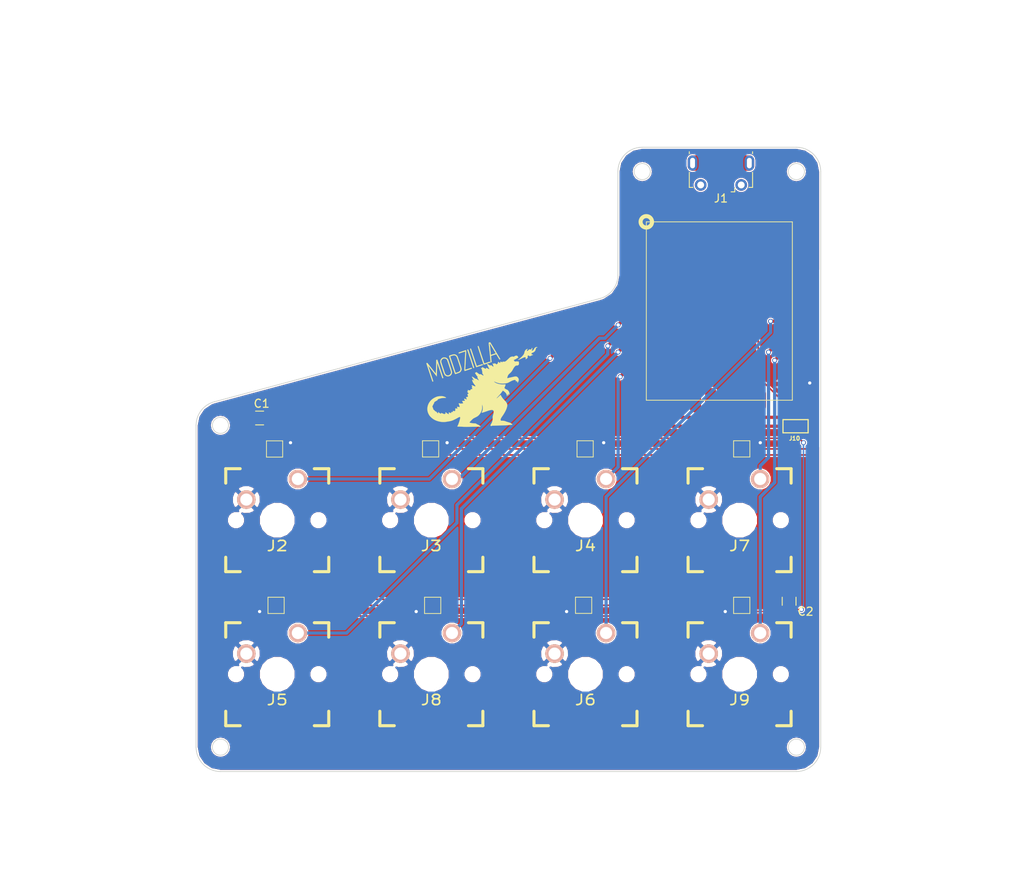
<source format=kicad_pcb>
(kicad_pcb (version 4) (host pcbnew 4.0.7)
  (title_block (title "Sensory Adaptation Robot") (date 2016-03-10) (rev 0.1a) (company "Idle Hands Dev.") (comment 1 "Sean Hodgins"))
  (layers (0 F.Cu signal) (31 B.Cu signal) (34 B.Paste user) (35 F.Paste user) (36 B.SilkS user) (37 F.SilkS user) (38 B.Mask user) (39 F.Mask user) (44 Edge.Cuts user))
  (net 0 "")
  (net 1 GND)
  (net 2 "Net-(J1-Pad2)")
  (net 3 VBUS)
  (net 4 "Net-(J1-Pad5)")
  (net 5 "Net-(J1-Pad3)")
  (net 6 D13)
  (net 7 D12)
  (net 8 D11)
  (net 9 D10)
  (net 10 D9)
  (net 11 D6)
  (net 12 D5)
  (net 13 D4)
  (net 14 "Net-(U1-Pad2)")
  (net 15 CKI)
  (net 16 "Net-(U1-Pad3)")
  (net 17 SDI)
  (net 18 "Net-(U2-Pad2)")
  (net 19 "Net-(U2-Pad3)")
  (net 20 "Net-(U3-Pad2)")
  (net 21 "Net-(U3-Pad3)")
  (net 22 RESET)
  (net 23 TX/D1)
  (net 24 RX/D0)
  (net 25 AREF)
  (net 26 +3V3)
  (net 27 A0/DAC)
  (net 28 A1)
  (net 29 A2)
  (net 30 A3)
  (net 31 A4)
  (net 32 A5)
  (net 33 CLK)
  (net 34 MISO)
  (net 35 MOSI)
  (net 36 D3)
  (net 37 "Net-(U4-Pad27)")
  (net 38 "Net-(U5-Pad2)")
  (net 39 "Net-(U5-Pad3)")
  (net 40 "Net-(U6-Pad2)")
  (net 41 "Net-(U6-Pad3)")
  (net 42 "Net-(U7-Pad2)")
  (net 43 "Net-(U7-Pad3)")
  (net 44 "Net-(U8-Pad2)")
  (net 45 "Net-(U8-Pad3)")
  (net 46 "Net-(U9-Pad2)")
  (net 47 "Net-(U9-Pad3)")
  (net 48 "Net-(C1-Pad1)")
  (module Connectors_USB:USB_Micro-B_Molex-105017-0001 (layer F.Cu) (at 226.32 104.55 180)
    (fp_text reference J1 (at 0 -4 180) (layer F.SilkS))
    (fp_text value USB_B)
    (pad 6 smd rect (at 1 0.35 180) (size 1.5 1.9) (layers F.Cu F.Paste F.Mask))
    (pad 6 thru_hole circle (at -2.5 -2.35 180) (size 1.45 1.45) (drill 0.85) (layers *.Cu *.Mask))
    (pad 2 smd rect (at -0.65 -2.35 180) (size 0.4 1.35) (layers F.Cu F.Paste F.Mask) (net 2 "Net-(J1-Pad2)"))
    (pad 1 smd rect (at -1.3 -2.35 180) (size 0.4 1.35) (layers F.Cu F.Paste F.Mask) (net 3 VBUS))
    (pad 5 smd rect (at 1.3 -2.35 180) (size 0.4 1.35) (layers F.Cu F.Paste F.Mask) (net 4 "Net-(J1-Pad5)"))
    (pad 4 smd rect (at 0.65 -2.35 180) (size 0.4 1.35) (layers F.Cu F.Paste F.Mask) (net 1 GND))
    (pad 3 smd rect (at 0 -2.35 180) (size 0.4 1.35) (layers F.Cu F.Paste F.Mask) (net 5 "Net-(J1-Pad3)"))
    (pad 6 thru_hole circle (at 2.5 -2.35 180) (size 1.45 1.45) (drill 0.85) (layers *.Cu *.Mask))
    (pad 6 smd rect (at -1 0.35 180) (size 1.5 1.9) (layers F.Cu F.Paste F.Mask))
    (pad 6 thru_hole oval (at -3.5 0.35) (size 1.2 1.9) (drill oval 0.6 1.3) (layers *.Cu *.Mask))
    (pad 6 thru_hole oval (at 3.5 0.35 180) (size 1.2 1.9) (drill oval 0.6 1.3) (layers *.Cu *.Mask))
    (pad 6 smd rect (at 2.9 0.35 180) (size 1.2 1.9) (layers F.Cu F.Mask))
    (pad 6 smd rect (at -2.9 0.35 180) (size 1.2 1.9) (layers F.Cu F.Mask))
  )
  (module cherrymx:CHERRY_PCB_100H (layer F.Cu) (at 171.62 148.25)
    (fp_text reference J2 (at 0 3.175) (layer F.SilkS) (effects (font (size 1.27 1.524) (thickness 0.2032))))
    (fp_text value SW1 hide)
    (pad 1 thru_hole circle (at 2.54 -5.08) (size 2.286 2.286) (drill 1.4986) (layers *.Cu *.SilkS *.Mask) (net 6 D13))
    (pad 2 thru_hole circle (at -3.81 -2.54) (size 2.286 2.286) (drill 1.4986) (layers *.Cu *.SilkS *.Mask) (net 1 GND))
    (pad HOLE np_thru_hole circle (at 0 0) (size 3.9878 3.9878) (drill 3.9878) (layers *.Cu))
    (pad HOLE np_thru_hole circle (at -5.08 0) (size 1.7018 1.7018) (drill 1.7018) (layers *.Cu))
    (pad HOLE np_thru_hole circle (at 5.08 0) (size 1.7018 1.7018) (drill 1.7018) (layers *.Cu))
  )
  (module cherrymx:CHERRY_PCB_100H (layer F.Cu) (at 190.62 148.25)
    (fp_text reference J3 (at 0 3.175) (layer F.SilkS) (effects (font (size 1.27 1.524) (thickness 0.2032))))
    (fp_text value SW2 hide)
    (pad 1 thru_hole circle (at 2.54 -5.08) (size 2.286 2.286) (drill 1.4986) (layers *.Cu *.SilkS *.Mask) (net 7 D12))
    (pad 2 thru_hole circle (at -3.81 -2.54) (size 2.286 2.286) (drill 1.4986) (layers *.Cu *.SilkS *.Mask) (net 1 GND))
    (pad HOLE np_thru_hole circle (at 0 0) (size 3.9878 3.9878) (drill 3.9878) (layers *.Cu))
    (pad HOLE np_thru_hole circle (at -5.08 0) (size 1.7018 1.7018) (drill 1.7018) (layers *.Cu))
    (pad HOLE np_thru_hole circle (at 5.08 0) (size 1.7018 1.7018) (drill 1.7018) (layers *.Cu))
  )
  (module cherrymx:CHERRY_PCB_100H (layer F.Cu) (at 209.62 148.25)
    (fp_text reference J4 (at 0 3.175) (layer F.SilkS) (effects (font (size 1.27 1.524) (thickness 0.2032))))
    (fp_text value SW3 hide)
    (pad 1 thru_hole circle (at 2.54 -5.08) (size 2.286 2.286) (drill 1.4986) (layers *.Cu *.SilkS *.Mask) (net 10 D9))
    (pad 2 thru_hole circle (at -3.81 -2.54) (size 2.286 2.286) (drill 1.4986) (layers *.Cu *.SilkS *.Mask) (net 1 GND))
    (pad HOLE np_thru_hole circle (at 0 0) (size 3.9878 3.9878) (drill 3.9878) (layers *.Cu))
    (pad HOLE np_thru_hole circle (at -5.08 0) (size 1.7018 1.7018) (drill 1.7018) (layers *.Cu))
    (pad HOLE np_thru_hole circle (at 5.08 0) (size 1.7018 1.7018) (drill 1.7018) (layers *.Cu))
  )
  (module cherrymx:CHERRY_PCB_100H (layer F.Cu) (at 171.62 167.25)
    (fp_text reference J5 (at 0 3.175) (layer F.SilkS) (effects (font (size 1.27 1.524) (thickness 0.2032))))
    (fp_text value SW4 hide)
    (pad 1 thru_hole circle (at 2.54 -5.08) (size 2.286 2.286) (drill 1.4986) (layers *.Cu *.SilkS *.Mask) (net 8 D11))
    (pad 2 thru_hole circle (at -3.81 -2.54) (size 2.286 2.286) (drill 1.4986) (layers *.Cu *.SilkS *.Mask) (net 1 GND))
    (pad HOLE np_thru_hole circle (at 0 0) (size 3.9878 3.9878) (drill 3.9878) (layers *.Cu))
    (pad HOLE np_thru_hole circle (at -5.08 0) (size 1.7018 1.7018) (drill 1.7018) (layers *.Cu))
    (pad HOLE np_thru_hole circle (at 5.08 0) (size 1.7018 1.7018) (drill 1.7018) (layers *.Cu))
  )
  (module cherrymx:CHERRY_PCB_100H (layer F.Cu) (at 209.62 167.25)
    (fp_text reference J6 (at 0 3.175) (layer F.SilkS) (effects (font (size 1.27 1.524) (thickness 0.2032))))
    (fp_text value SW5 hide)
    (pad 1 thru_hole circle (at 2.54 -5.08) (size 2.286 2.286) (drill 1.4986) (layers *.Cu *.SilkS *.Mask) (net 11 D6))
    (pad 2 thru_hole circle (at -3.81 -2.54) (size 2.286 2.286) (drill 1.4986) (layers *.Cu *.SilkS *.Mask) (net 1 GND))
    (pad HOLE np_thru_hole circle (at 0 0) (size 3.9878 3.9878) (drill 3.9878) (layers *.Cu))
    (pad HOLE np_thru_hole circle (at -5.08 0) (size 1.7018 1.7018) (drill 1.7018) (layers *.Cu))
    (pad HOLE np_thru_hole circle (at 5.08 0) (size 1.7018 1.7018) (drill 1.7018) (layers *.Cu))
  )
  (module cherrymx:CHERRY_PCB_100H (layer F.Cu) (at 228.62 148.25)
    (fp_text reference J7 (at 0 3.175) (layer F.SilkS) (effects (font (size 1.27 1.524) (thickness 0.2032))))
    (fp_text value SW6 hide)
    (pad 1 thru_hole circle (at 2.54 -5.08) (size 2.286 2.286) (drill 1.4986) (layers *.Cu *.SilkS *.Mask) (net 12 D5))
    (pad 2 thru_hole circle (at -3.81 -2.54) (size 2.286 2.286) (drill 1.4986) (layers *.Cu *.SilkS *.Mask) (net 1 GND))
    (pad HOLE np_thru_hole circle (at 0 0) (size 3.9878 3.9878) (drill 3.9878) (layers *.Cu))
    (pad HOLE np_thru_hole circle (at -5.08 0) (size 1.7018 1.7018) (drill 1.7018) (layers *.Cu))
    (pad HOLE np_thru_hole circle (at 5.08 0) (size 1.7018 1.7018) (drill 1.7018) (layers *.Cu))
  )
  (module cherrymx:CHERRY_PCB_100H (layer F.Cu) (at 190.62 167.25)
    (fp_text reference J8 (at 0 3.175) (layer F.SilkS) (effects (font (size 1.27 1.524) (thickness 0.2032))))
    (fp_text value SW7 hide)
    (pad 1 thru_hole circle (at 2.54 -5.08) (size 2.286 2.286) (drill 1.4986) (layers *.Cu *.SilkS *.Mask) (net 9 D10))
    (pad 2 thru_hole circle (at -3.81 -2.54) (size 2.286 2.286) (drill 1.4986) (layers *.Cu *.SilkS *.Mask) (net 1 GND))
    (pad HOLE np_thru_hole circle (at 0 0) (size 3.9878 3.9878) (drill 3.9878) (layers *.Cu))
    (pad HOLE np_thru_hole circle (at -5.08 0) (size 1.7018 1.7018) (drill 1.7018) (layers *.Cu))
    (pad HOLE np_thru_hole circle (at 5.08 0) (size 1.7018 1.7018) (drill 1.7018) (layers *.Cu))
  )
  (module cherrymx:CHERRY_PCB_100H (layer F.Cu) (at 228.62 167.25)
    (fp_text reference J9 (at 0 3.175) (layer F.SilkS) (effects (font (size 1.27 1.524) (thickness 0.2032))))
    (fp_text value SW8 hide)
    (pad 1 thru_hole circle (at 2.54 -5.08) (size 2.286 2.286) (drill 1.4986) (layers *.Cu *.SilkS *.Mask) (net 13 D4))
    (pad 2 thru_hole circle (at -3.81 -2.54) (size 2.286 2.286) (drill 1.4986) (layers *.Cu *.SilkS *.Mask) (net 1 GND))
    (pad HOLE np_thru_hole circle (at 0 0) (size 3.9878 3.9878) (drill 3.9878) (layers *.Cu))
    (pad HOLE np_thru_hole circle (at -5.08 0) (size 1.7018 1.7018) (drill 1.7018) (layers *.Cu))
    (pad HOLE np_thru_hole circle (at 5.08 0) (size 1.7018 1.7018) (drill 1.7018) (layers *.Cu))
  )
  (module idlehands_libs:APA102-2020_AFSTYLE (layer F.Cu) (at 228.882 139.456)
    (fp_text reference U1 hide)
    (fp_text value APA102 hide)
    (pad 1 smd rect (at -0.95 -0.75) (size 0.7 0.35) (layers F.Cu F.Paste F.Mask) (net 48 "Net-(C1-Pad1)"))
    (pad 6 smd rect (at 0.95 -0.75) (size 0.7 0.35) (layers F.Cu F.Paste F.Mask) (net 1 GND))
    (pad 2 smd rect (at -0.95 0) (size 0.7 0.35) (layers F.Cu F.Paste F.Mask) (net 14 "Net-(U1-Pad2)"))
    (pad 5 smd rect (at 0.95 0) (size 0.7 0.35) (layers F.Cu F.Paste F.Mask) (net 15 CKI))
    (pad 3 smd rect (at -0.95 0.75) (size 0.7 0.35) (layers F.Cu F.Paste F.Mask) (net 16 "Net-(U1-Pad3)"))
    (pad 4 smd rect (at 0.95 0.75) (size 0.7 0.35) (layers F.Cu F.Paste F.Mask) (net 17 SDI))
  )
  (module idlehands_libs:APA102-2020_AFSTYLE (layer F.Cu) (at 209.578 139.456)
    (fp_text reference U2 hide)
    (fp_text value APA102 hide)
    (pad 1 smd rect (at -0.95 -0.75) (size 0.7 0.35) (layers F.Cu F.Paste F.Mask) (net 48 "Net-(C1-Pad1)"))
    (pad 6 smd rect (at 0.95 -0.75) (size 0.7 0.35) (layers F.Cu F.Paste F.Mask) (net 1 GND))
    (pad 2 smd rect (at -0.95 0) (size 0.7 0.35) (layers F.Cu F.Paste F.Mask) (net 18 "Net-(U2-Pad2)"))
    (pad 5 smd rect (at 0.95 0) (size 0.7 0.35) (layers F.Cu F.Paste F.Mask) (net 14 "Net-(U1-Pad2)"))
    (pad 3 smd rect (at -0.95 0.75) (size 0.7 0.35) (layers F.Cu F.Paste F.Mask) (net 19 "Net-(U2-Pad3)"))
    (pad 4 smd rect (at 0.95 0.75) (size 0.7 0.35) (layers F.Cu F.Paste F.Mask) (net 16 "Net-(U1-Pad3)"))
  )
  (module idlehands_libs:APA102-2020_AFSTYLE (layer F.Cu) (at 190.528 139.456)
    (fp_text reference U3 hide)
    (fp_text value APA102 hide)
    (pad 1 smd rect (at -0.95 -0.75) (size 0.7 0.35) (layers F.Cu F.Paste F.Mask) (net 48 "Net-(C1-Pad1)"))
    (pad 6 smd rect (at 0.95 -0.75) (size 0.7 0.35) (layers F.Cu F.Paste F.Mask) (net 1 GND))
    (pad 2 smd rect (at -0.95 0) (size 0.7 0.35) (layers F.Cu F.Paste F.Mask) (net 20 "Net-(U3-Pad2)"))
    (pad 5 smd rect (at 0.95 0) (size 0.7 0.35) (layers F.Cu F.Paste F.Mask) (net 18 "Net-(U2-Pad2)"))
    (pad 3 smd rect (at -0.95 0.75) (size 0.7 0.35) (layers F.Cu F.Paste F.Mask) (net 21 "Net-(U3-Pad3)"))
    (pad 4 smd rect (at 0.95 0.75) (size 0.7 0.35) (layers F.Cu F.Paste F.Mask) (net 19 "Net-(U2-Pad3)"))
  )
  (module idlehands_libs:SAMD_HCC_G_FOOT (layer F.Cu) (at 226.12 122.45)
    (fp_text reference U4 hide)
    (fp_text value SAMD21_MOD)
    (pad 6 smd oval (at -9 1) (size 3 1.5) (layers F.Cu F.Mask) (net 8 D11))
    (pad 5 smd oval (at -9 -1) (size 3 1.5) (layers F.Cu F.Mask) (net 7 D12))
    (pad 4 smd oval (at -9 -3) (size 3 1.5) (layers F.Cu F.Mask) (net 6 D13))
    (pad 3 smd oval (at -9 -5) (size 3 1.5) (layers F.Cu F.Mask) (net 22 RESET))
    (pad 9 smd oval (at -9 7) (size 3 1.5) (layers F.Cu F.Mask) (net 23 TX/D1))
    (pad 7 smd oval (at -9 3) (size 3 1.5) (layers F.Cu F.Mask) (net 9 D10))
    (pad 10 smd oval (at -9 9) (size 3 1.5) (layers F.Cu F.Mask) (net 24 RX/D0))
    (pad 8 smd oval (at -9 5) (size 3 1.5) (layers F.Cu F.Paste F.Mask) (net 10 D9))
    (pad 2 smd oval (at -9 -7) (size 3 1.5) (layers F.Cu F.Mask) (net 25 AREF))
    (pad 1 smd oval (at -9 -9) (size 3 1.5) (layers F.Cu F.Mask) (net 26 +3V3))
    (pad 11 smd oval (at -5 11 270) (size 3 1.5) (layers F.Cu F.Mask) (net 27 A0/DAC))
    (pad 12 smd oval (at -3 11 270) (size 3 1.5) (layers F.Cu F.Mask) (net 28 A1))
    (pad 13 smd oval (at -1 11 270) (size 3 1.5) (layers F.Cu F.Mask) (net 29 A2))
    (pad 14 smd oval (at 1 11 270) (size 3 1.5) (layers F.Cu F.Mask) (net 30 A3))
    (pad 15 smd oval (at 3 11 270) (size 3 1.5) (layers F.Cu F.Mask) (net 31 A4))
    (pad 16 smd oval (at 5 11 270) (size 3 1.5) (layers F.Cu F.Mask) (net 32 A5))
    (pad 23 smd oval (at 9 -3) (size 3 1.5) (layers F.Cu F.Mask) (net 33 CLK))
    (pad 24 smd oval (at 9 -5) (size 3 1.5) (layers F.Cu F.Mask) (net 34 MISO))
    (pad 22 smd oval (at 9 -1) (size 3 1.5) (layers F.Cu F.Mask) (net 35 MOSI))
    (pad 21 smd oval (at 9 1) (size 3 1.5) (layers F.Cu F.Mask) (net 11 D6))
    (pad 25 smd oval (at 9 -7) (size 3 1.5) (layers F.Cu F.Mask) (net 17 SDI))
    (pad 26 smd oval (at 9 -9) (size 3 1.5) (layers F.Cu F.Mask) (net 15 CKI))
    (pad 18 smd oval (at 9 7) (size 3 1.5) (layers F.Cu F.Mask) (net 36 D3))
    (pad 17 smd oval (at 9 9) (size 3 1.5) (layers F.Cu F.Mask) (net 1 GND))
    (pad 20 smd oval (at 9 3) (size 3 1.5) (layers F.Cu F.Mask) (net 12 D5))
    (pad 19 smd oval (at 9 5) (size 3 1.5) (layers F.Cu F.Mask) (net 13 D4))
    (pad 30 smd oval (at -2 -11 270) (size 3 1.5) (layers F.Cu F.Mask) (net 5 "Net-(J1-Pad3)"))
    (pad 28 smd oval (at 2 -11 270) (size 3 1.5) (layers F.Cu F.Mask) (net 3 VBUS))
    (pad 31 smd oval (at -4 -11 270) (size 3 1.5) (layers F.Cu F.Mask) (net 1 GND))
    (pad 29 smd oval (at 0 -11 270) (size 3 1.5) (layers F.Cu F.Mask) (net 2 "Net-(J1-Pad2)"))
    (pad 27 smd oval (at 4 -11 270) (size 3 1.5) (layers F.Cu F.Mask) (net 37 "Net-(U4-Pad27)"))
  )
  (module idlehands_libs:APA102-2020_AFSTYLE (layer F.Cu) (at 171.29 139.468)
    (fp_text reference U5 hide)
    (fp_text value APA102 hide)
    (pad 1 smd rect (at -0.95 -0.75) (size 0.7 0.35) (layers F.Cu F.Paste F.Mask) (net 48 "Net-(C1-Pad1)"))
    (pad 6 smd rect (at 0.95 -0.75) (size 0.7 0.35) (layers F.Cu F.Paste F.Mask) (net 1 GND))
    (pad 2 smd rect (at -0.95 0) (size 0.7 0.35) (layers F.Cu F.Paste F.Mask) (net 38 "Net-(U5-Pad2)"))
    (pad 5 smd rect (at 0.95 0) (size 0.7 0.35) (layers F.Cu F.Paste F.Mask) (net 20 "Net-(U3-Pad2)"))
    (pad 3 smd rect (at -0.95 0.75) (size 0.7 0.35) (layers F.Cu F.Paste F.Mask) (net 39 "Net-(U5-Pad3)"))
    (pad 4 smd rect (at 0.95 0.75) (size 0.7 0.35) (layers F.Cu F.Paste F.Mask) (net 21 "Net-(U3-Pad3)"))
  )
  (module idlehands_libs:APA102-2020_AFSTYLE (layer F.Cu) (at 171.478 158.76 180)
    (fp_text reference U6 hide)
    (fp_text value APA102 hide)
    (pad 1 smd rect (at -0.95 -0.75 180) (size 0.7 0.35) (layers F.Cu F.Paste F.Mask) (net 48 "Net-(C1-Pad1)"))
    (pad 6 smd rect (at 0.95 -0.75 180) (size 0.7 0.35) (layers F.Cu F.Paste F.Mask) (net 1 GND))
    (pad 2 smd rect (at -0.95 0 180) (size 0.7 0.35) (layers F.Cu F.Paste F.Mask) (net 40 "Net-(U6-Pad2)"))
    (pad 5 smd rect (at 0.95 0 180) (size 0.7 0.35) (layers F.Cu F.Paste F.Mask) (net 38 "Net-(U5-Pad2)"))
    (pad 3 smd rect (at -0.95 0.75 180) (size 0.7 0.35) (layers F.Cu F.Paste F.Mask) (net 41 "Net-(U6-Pad3)"))
    (pad 4 smd rect (at 0.95 0.75 180) (size 0.7 0.35) (layers F.Cu F.Paste F.Mask) (net 39 "Net-(U5-Pad3)"))
  )
  (module idlehands_libs:APA102-2020_AFSTYLE (layer F.Cu) (at 190.782 158.76 180)
    (fp_text reference U7 hide)
    (fp_text value APA102 hide)
    (pad 1 smd rect (at -0.95 -0.75 180) (size 0.7 0.35) (layers F.Cu F.Paste F.Mask) (net 48 "Net-(C1-Pad1)"))
    (pad 6 smd rect (at 0.95 -0.75 180) (size 0.7 0.35) (layers F.Cu F.Paste F.Mask) (net 1 GND))
    (pad 2 smd rect (at -0.95 0 180) (size 0.7 0.35) (layers F.Cu F.Paste F.Mask) (net 42 "Net-(U7-Pad2)"))
    (pad 5 smd rect (at 0.95 0 180) (size 0.7 0.35) (layers F.Cu F.Paste F.Mask) (net 40 "Net-(U6-Pad2)"))
    (pad 3 smd rect (at -0.95 0.75 180) (size 0.7 0.35) (layers F.Cu F.Paste F.Mask) (net 43 "Net-(U7-Pad3)"))
    (pad 4 smd rect (at 0.95 0.75 180) (size 0.7 0.35) (layers F.Cu F.Paste F.Mask) (net 41 "Net-(U6-Pad3)"))
  )
  (module idlehands_libs:APA102-2020_AFSTYLE (layer F.Cu) (at 209.39 158.748 180)
    (fp_text reference U8 hide)
    (fp_text value APA102 hide)
    (pad 1 smd rect (at -0.95 -0.75 180) (size 0.7 0.35) (layers F.Cu F.Paste F.Mask) (net 48 "Net-(C1-Pad1)"))
    (pad 6 smd rect (at 0.95 -0.75 180) (size 0.7 0.35) (layers F.Cu F.Paste F.Mask) (net 1 GND))
    (pad 2 smd rect (at -0.95 0 180) (size 0.7 0.35) (layers F.Cu F.Paste F.Mask) (net 44 "Net-(U8-Pad2)"))
    (pad 5 smd rect (at 0.95 0 180) (size 0.7 0.35) (layers F.Cu F.Paste F.Mask) (net 42 "Net-(U7-Pad2)"))
    (pad 3 smd rect (at -0.95 0.75 180) (size 0.7 0.35) (layers F.Cu F.Paste F.Mask) (net 45 "Net-(U8-Pad3)"))
    (pad 4 smd rect (at 0.95 0.75 180) (size 0.7 0.35) (layers F.Cu F.Paste F.Mask) (net 43 "Net-(U7-Pad3)"))
  )
  (module idlehands_libs:APA102-2020_AFSTYLE (layer F.Cu) (at 228.882 158.76 180)
    (fp_text reference U9 hide)
    (fp_text value APA102 hide)
    (pad 1 smd rect (at -0.95 -0.75 180) (size 0.7 0.35) (layers F.Cu F.Paste F.Mask) (net 48 "Net-(C1-Pad1)"))
    (pad 6 smd rect (at 0.95 -0.75 180) (size 0.7 0.35) (layers F.Cu F.Paste F.Mask) (net 1 GND))
    (pad 2 smd rect (at -0.95 0 180) (size 0.7 0.35) (layers F.Cu F.Paste F.Mask) (net 46 "Net-(U9-Pad2)"))
    (pad 5 smd rect (at 0.95 0 180) (size 0.7 0.35) (layers F.Cu F.Paste F.Mask) (net 44 "Net-(U8-Pad2)"))
    (pad 3 smd rect (at -0.95 0.75 180) (size 0.7 0.35) (layers F.Cu F.Paste F.Mask) (net 47 "Net-(U9-Pad3)"))
    (pad 4 smd rect (at 0.95 0.75 180) (size 0.7 0.35) (layers F.Cu F.Paste F.Mask) (net 45 "Net-(U8-Pad3)"))
  )
  (module Capacitors_SMD:C_0805 (layer F.Cu) (at 169.446 135.646)
    (fp_text reference C1 (at 0.254 -1.778 180) (layer F.SilkS))
    (fp_text value 1uF)
    (pad 1 smd rect (at -1 0) (size 1 1.25) (layers F.Cu F.Paste F.Mask) (net 48 "Net-(C1-Pad1)"))
    (pad 2 smd rect (at 1 0) (size 1 1.25) (layers F.Cu F.Paste F.Mask) (net 1 GND))
  )
  (module Capacitors_SMD:C_0805 (layer F.Cu) (at 234.724 158.252 90)
    (fp_text reference C2 (at -1.27 2.032 180) (layer F.SilkS))
    (fp_text value 1uF)
    (pad 1 smd rect (at -1 0 90) (size 1 1.25) (layers F.Cu F.Paste F.Mask) (net 48 "Net-(C1-Pad1)"))
    (pad 2 smd rect (at 1 0 90) (size 1 1.25) (layers F.Cu F.Paste F.Mask) (net 1 GND))
  )
  (module idlehands_libs:SH_LOGO (layer F.Cu) (at 178.336 134.376)
    (fp_text reference G*** hide)
    (fp_text value LOGO hide)
  )
  (module idlehands_libs:3WAY_JUMPER_SMD (layer F.Cu) (at 235.4924 136.662)
    (fp_text reference J10 (at -0.1 1.5) (layer F.SilkS) (effects (font (size 0.5 0.5) (thickness 0.125))))
    (fp_text value GS3 hide)
    (pad 1 smd rect (at 1.1176 0) (size 0.75 1.5) (layers F.Cu F.Paste F.Mask) (net 3 VBUS))
    (pad 2 smd rect (at 0.0064 0) (size 0.75 1.5) (layers F.Cu F.Paste F.Mask) (net 48 "Net-(C1-Pad1)"))
    (pad 3 smd rect (at -1.0668 0) (size 0.75 1.5) (layers F.Cu F.Paste F.Mask) (net 26 +3V3))
  )
  (module idlehands_libs:MODZILLA_Logo (layer F.Cu) (at 196.878 131.582)
    (fp_text reference G*** hide)
    (fp_text value LOGO hide)
  )
  (gr_arc (start 164.62 136.551981) (end 163.843543 133.654203) (angle -75) (layer Edge.Cuts) (width 0.1))
  (gr_circle (center 171.62 167.25) (end 172.62 167.25) (layer Edge.Cuts) (width 0.1))
  (gr_arc (start 210.62 118.014661) (end 211.396457 120.912438) (angle -75) (layer Edge.Cuts) (width 0.1))
  (gr_line (start 211.396457 120.912438) (end 163.843543 133.654203) (layer Edge.Cuts) (width 0.1))
  (gr_arc (start 164.62 176.25) (end 161.62 176.25) (angle -90) (layer Edge.Cuts) (width 0.1))
  (gr_line (start 213.62 105.25) (end 213.62 118.014661) (layer Edge.Cuts) (width 0.1))
  (gr_arc (start 216.62 105.25) (end 216.62 102.25) (angle -90) (layer Edge.Cuts) (width 0.1))
  (gr_line (start 161.62 136.551981) (end 161.62 176.25) (layer Edge.Cuts) (width 0.1))
  (gr_circle (center 228.62 167.25) (end 229.62 167.25) (layer Edge.Cuts) (width 0.1))
  (gr_circle (center 209.62 167.25) (end 210.62 167.25) (layer Edge.Cuts) (width 0.1))
  (gr_circle (center 216.62 105.25) (end 217.62 105.25) (layer Edge.Cuts) (width 0.1))
  (gr_circle (center 235.62 105.25) (end 236.62 105.25) (layer Edge.Cuts) (width 0.1))
  (gr_circle (center 164.62 136.551981) (end 165.62 136.551981) (layer Edge.Cuts) (width 0.1))
  (gr_circle (center 235.62 176.25) (end 236.62 176.25) (layer Edge.Cuts) (width 0.1))
  (gr_circle (center 164.62 176.25) (end 165.62 176.25) (layer Edge.Cuts) (width 0.1))
  (gr_line (start 164.62 179.25) (end 235.62 179.25) (layer Edge.Cuts) (width 0.1))
  (gr_arc (start 235.62 176.25) (end 235.62 179.25) (angle -90) (layer Edge.Cuts) (width 0.1))
  (gr_line (start 238.62 176.25) (end 238.62 105.25) (layer Edge.Cuts) (width 0.1))
  (gr_arc (start 235.62 105.25) (end 238.62 105.25) (angle -90) (layer Edge.Cuts) (width 0.1))
  (gr_line (start 235.62 102.25) (end 216.62 102.25) (layer Edge.Cuts) (width 0.1))
  (gr_circle (center 228.62 148.25) (end 229.62 148.25) (layer Edge.Cuts) (width 0.1))
  (gr_circle (center 190.62 148.25) (end 191.62 148.25) (layer Edge.Cuts) (width 0.1))
  (gr_circle (center 171.62 148.25) (end 172.62 148.25) (layer Edge.Cuts) (width 0.1))
  (gr_circle (center 190.62 167.25) (end 191.62 167.25) (layer Edge.Cuts) (width 0.1))
  (gr_circle (center 209.62 148.25) (end 210.62 148.25) (layer Edge.Cuts) (width 0.1))
  (segment (start 235.12 131.45) (end 237.142 131.45) (width 0.4) (layer F.Cu) (net 1))
  (segment (start 237.142 131.45) (end 237.264 131.328) (width 0.4) (layer F.Cu) (net 1))
  (via (at 237.264 131.328) (size 0.6) (drill 0.4) (layers F.Cu B.Cu) (net 1))
  (segment (start 229.832 138.706) (end 231.156 138.706) (width 0.2) (layer F.Cu) (net 1))
  (segment (start 231.156 138.706) (end 231.168 138.694) (width 0.2) (layer F.Cu) (net 1))
  (via (at 231.168 138.694) (size 0.6) (drill 0.4) (layers F.Cu B.Cu) (net 1))
  (segment (start 210.528 138.706) (end 211.852 138.706) (width 0.2) (layer F.Cu) (net 1))
  (segment (start 211.852 138.706) (end 211.864 138.694) (width 0.2) (layer F.Cu) (net 1))
  (via (at 211.864 138.694) (size 0.6) (drill 0.4) (layers F.Cu B.Cu) (net 1))
  (segment (start 191.478 138.706) (end 192.548 138.706) (width 0.2) (layer F.Cu) (net 1))
  (segment (start 192.548 138.706) (end 192.56 138.694) (width 0.2) (layer F.Cu) (net 1))
  (via (at 192.56 138.694) (size 0.6) (drill 0.4) (layers F.Cu B.Cu) (net 1))
  (segment (start 172.24 138.718) (end 173.232 138.718) (width 0.2) (layer F.Cu) (net 1))
  (segment (start 173.232 138.718) (end 173.256 138.694) (width 0.2) (layer F.Cu) (net 1))
  (via (at 173.256 138.694) (size 0.6) (drill 0.4) (layers F.Cu B.Cu) (net 1))
  (segment (start 170.528 159.51) (end 169.458 159.51) (width 0.2) (layer F.Cu) (net 1))
  (segment (start 169.458 159.51) (end 169.446 159.522) (width 0.2) (layer F.Cu) (net 1))
  (via (at 169.446 159.522) (size 0.6) (drill 0.4) (layers F.Cu B.Cu) (net 1))
  (segment (start 189.832 159.51) (end 188.762 159.51) (width 0.2) (layer F.Cu) (net 1))
  (segment (start 188.762 159.51) (end 188.75 159.522) (width 0.2) (layer F.Cu) (net 1))
  (via (at 188.75 159.522) (size 0.6) (drill 0.4) (layers F.Cu B.Cu) (net 1))
  (segment (start 208.44 159.498) (end 207.316 159.498) (width 0.2) (layer F.Cu) (net 1))
  (segment (start 207.316 159.498) (end 207.292 159.522) (width 0.2) (layer F.Cu) (net 1))
  (via (at 207.292 159.522) (size 0.6) (drill 0.4) (layers F.Cu B.Cu) (net 1))
  (segment (start 227.932 159.51) (end 226.862 159.51) (width 0.2) (layer F.Cu) (net 1))
  (segment (start 226.862 159.51) (end 226.85 159.522) (width 0.2) (layer F.Cu) (net 1))
  (via (at 226.85 159.522) (size 0.6) (drill 0.4) (layers F.Cu B.Cu) (net 1))
  (segment (start 226.12 111.45) (end 226.12 109.75) (width 0.2) (layer F.Cu) (net 2))
  (segment (start 226.12 109.75) (end 226.97 108.9) (width 0.2) (layer F.Cu) (net 2))
  (segment (start 226.97 108.9) (end 226.97 107.775) (width 0.2) (layer F.Cu) (net 2))
  (segment (start 226.97 107.775) (end 226.97 106.9) (width 0.2) (layer F.Cu) (net 2))
  (segment (start 219.738 134.884) (end 220.415999 135.561999) (width 0.4) (layer F.Cu) (net 3))
  (segment (start 220.415999 135.561999) (end 236.153801 135.561999) (width 0.4) (layer F.Cu) (net 3))
  (segment (start 236.153801 135.561999) (end 236.61 136.018198) (width 0.4) (layer F.Cu) (net 3))
  (segment (start 236.61 136.018198) (end 236.61 136.662) (width 0.4) (layer F.Cu) (net 3))
  (segment (start 219.738 120.582) (end 219.738 134.884) (width 0.4) (layer F.Cu) (net 3))
  (segment (start 228.12 111.45) (end 228.12 112.2) (width 0.4) (layer F.Cu) (net 3))
  (segment (start 228.12 112.2) (end 219.738 120.582) (width 0.4) (layer F.Cu) (net 3))
  (segment (start 228.12 111.45) (end 228.12 109.75) (width 0.2) (layer F.Cu) (net 3))
  (segment (start 228.12 109.75) (end 227.62 109.25) (width 0.2) (layer F.Cu) (net 3))
  (segment (start 227.62 109.25) (end 227.62 107.775) (width 0.2) (layer F.Cu) (net 3))
  (segment (start 227.62 107.775) (end 227.62 106.9) (width 0.2) (layer F.Cu) (net 3))
  (segment (start 226.32 106.9) (end 226.32 108.5) (width 0.2) (layer F.Cu) (net 5))
  (segment (start 226.32 108.5) (end 224.12 110.7) (width 0.2) (layer F.Cu) (net 5))
  (segment (start 224.12 110.7) (end 224.12 111.45) (width 0.2) (layer F.Cu) (net 5))
  (segment (start 174.16 143.17) (end 190.37 143.17) (width 0.4) (layer B.Cu) (net 6))
  (segment (start 190.37 143.17) (end 205.26 128.28) (width 0.4) (layer B.Cu) (net 6))
  (segment (start 205.006 128.534) (end 205.26 128.28) (width 0.4) (layer B.Cu) (net 6))
  (segment (start 205.26 128.28) (end 211.356 122.184) (width 0.4) (layer F.Cu) (net 6))
  (segment (start 213.636 122.184) (end 216.37 119.45) (width 0.4) (layer F.Cu) (net 6))
  (segment (start 211.356 122.184) (end 213.636 122.184) (width 0.4) (layer F.Cu) (net 6))
  (segment (start 216.37 119.45) (end 217.12 119.45) (width 0.4) (layer F.Cu) (net 6))
  (via (at 205.26 128.28) (size 0.6) (drill 0.4) (layers F.Cu B.Cu) (net 6))
  (segment (start 211.356 125.807848) (end 212.012152 125.807848) (width 0.4) (layer B.Cu) (net 7))
  (segment (start 212.012152 125.807848) (end 213.649999 124.170001) (width 0.4) (layer B.Cu) (net 7))
  (via (at 213.649999 124.170001) (size 0.6) (drill 0.4) (layers F.Cu B.Cu) (net 7))
  (segment (start 193.16 143.17) (end 193.993848 143.17) (width 0.4) (layer B.Cu) (net 7))
  (segment (start 193.993848 143.17) (end 211.356 125.807848) (width 0.4) (layer B.Cu) (net 7))
  (segment (start 213.649999 124.170001) (end 216.37 121.45) (width 0.4) (layer F.Cu) (net 7))
  (segment (start 216.37 121.45) (end 217.12 121.45) (width 0.4) (layer F.Cu) (net 7))
  (segment (start 174.16 162.17) (end 180.168974 162.17) (width 0.4) (layer B.Cu) (net 8))
  (segment (start 180.168974 162.17) (end 193.771358 148.567616) (width 0.4) (layer B.Cu) (net 8))
  (segment (start 193.771358 148.567616) (end 193.771358 146.382404) (width 0.4) (layer B.Cu) (net 8))
  (segment (start 193.771358 146.382404) (end 212.372 127.781762) (width 0.4) (layer B.Cu) (net 8))
  (segment (start 212.372 127.781762) (end 212.372 126.756) (width 0.4) (layer B.Cu) (net 8))
  (segment (start 212.372 126.756) (end 215.678 123.45) (width 0.4) (layer F.Cu) (net 8))
  (segment (start 215.678 123.45) (end 217.12 123.45) (width 0.4) (layer F.Cu) (net 8))
  (via (at 212.372 126.756) (size 0.6) (drill 0.4) (layers F.Cu B.Cu) (net 8))
  (segment (start 213.342001 127.817999) (end 213.642 127.518) (width 0.4) (layer B.Cu) (net 9))
  (segment (start 194.321369 146.838631) (end 213.342001 127.817999) (width 0.4) (layer B.Cu) (net 9))
  (segment (start 194.321369 161.008631) (end 194.321369 146.838631) (width 0.4) (layer B.Cu) (net 9))
  (segment (start 193.16 162.17) (end 194.321369 161.008631) (width 0.4) (layer B.Cu) (net 9))
  (segment (start 213.642 127.518) (end 213.941999 127.218001) (width 0.4) (layer F.Cu) (net 9))
  (segment (start 213.941999 127.218001) (end 214.601999 127.218001) (width 0.4) (layer F.Cu) (net 9))
  (segment (start 214.601999 127.218001) (end 216.37 125.45) (width 0.4) (layer F.Cu) (net 9))
  (segment (start 216.37 125.45) (end 217.12 125.45) (width 0.4) (layer F.Cu) (net 9))
  (via (at 213.642 127.518) (size 0.6) (drill 0.4) (layers F.Cu B.Cu) (net 9))
  (segment (start 213.896 130.566) (end 214.195999 130.266001) (width 0.4) (layer F.Cu) (net 10))
  (segment (start 214.195999 130.266001) (end 214.195999 129.624001) (width 0.4) (layer F.Cu) (net 10))
  (segment (start 214.195999 129.624001) (end 216.37 127.45) (width 0.4) (layer F.Cu) (net 10))
  (segment (start 216.37 127.45) (end 217.12 127.45) (width 0.4) (layer F.Cu) (net 10))
  (segment (start 212.16 143.17) (end 213.642 141.688) (width 0.4) (layer B.Cu) (net 10))
  (segment (start 213.642 141.688) (end 213.642 130.82) (width 0.4) (layer B.Cu) (net 10))
  (segment (start 213.642 130.82) (end 213.896 130.566) (width 0.4) (layer B.Cu) (net 10))
  (via (at 213.896 130.566) (size 0.6) (drill 0.4) (layers F.Cu B.Cu) (net 10))
  (segment (start 232.438 123.708) (end 234.862 123.708) (width 0.4) (layer F.Cu) (net 11))
  (segment (start 234.862 123.708) (end 235.12 123.45) (width 0.4) (layer F.Cu) (net 11))
  (segment (start 212.16 162.17) (end 212.16 145.379642) (width 0.4) (layer B.Cu) (net 11))
  (segment (start 212.16 145.379642) (end 232.438 125.101642) (width 0.4) (layer B.Cu) (net 11))
  (segment (start 232.438 125.101642) (end 232.438 123.708) (width 0.4) (layer B.Cu) (net 11))
  (via (at 232.438 123.708) (size 0.6) (drill 0.4) (layers F.Cu B.Cu) (net 11))
  (segment (start 232.184 127.518) (end 234.252 125.45) (width 0.4) (layer F.Cu) (net 12))
  (segment (start 234.252 125.45) (end 235.12 125.45) (width 0.4) (layer F.Cu) (net 12))
  (segment (start 231.16 143.17) (end 231.16 141.553554) (width 0.4) (layer B.Cu) (net 12))
  (segment (start 231.16 141.553554) (end 232.184 140.529554) (width 0.4) (layer B.Cu) (net 12))
  (segment (start 232.184 140.529554) (end 232.184 127.518) (width 0.4) (layer B.Cu) (net 12))
  (via (at 232.184 127.518) (size 0.6) (drill 0.4) (layers F.Cu B.Cu) (net 12))
  (segment (start 232.946 128.534) (end 234.03 127.45) (width 0.4) (layer F.Cu) (net 13))
  (segment (start 234.03 127.45) (end 235.12 127.45) (width 0.4) (layer F.Cu) (net 13))
  (segment (start 231.16 162.17) (end 231.16 145.379642) (width 0.4) (layer B.Cu) (net 13))
  (segment (start 231.16 145.379642) (end 232.946 143.593642) (width 0.4) (layer B.Cu) (net 13))
  (via (at 232.946 128.534) (size 0.6) (drill 0.4) (layers F.Cu B.Cu) (net 13))
  (segment (start 232.946 143.593642) (end 232.946 128.534) (width 0.4) (layer B.Cu) (net 13))
  (segment (start 227.932 139.456) (end 210.528 139.456) (width 0.2) (layer F.Cu) (net 14))
  (segment (start 229.832 139.456) (end 236.877657 139.456) (width 0.2) (layer F.Cu) (net 15))
  (segment (start 236.877657 139.456) (end 237.518 138.815657) (width 0.2) (layer F.Cu) (net 15))
  (segment (start 237.518 138.815657) (end 237.518 135.920798) (width 0.2) (layer F.Cu) (net 15))
  (segment (start 237.518 135.920798) (end 236.227202 134.63) (width 0.2) (layer F.Cu) (net 15))
  (segment (start 236.227202 134.63) (end 234.978 134.63) (width 0.2) (layer F.Cu) (net 15))
  (segment (start 234.978 134.63) (end 230.914 130.566) (width 0.2) (layer F.Cu) (net 15))
  (segment (start 230.914 130.566) (end 230.914 114.818) (width 0.2) (layer F.Cu) (net 15))
  (segment (start 232.282 113.45) (end 235.12 113.45) (width 0.2) (layer F.Cu) (net 15))
  (segment (start 230.914 114.818) (end 232.282 113.45) (width 0.2) (layer F.Cu) (net 15))
  (segment (start 227.932 140.206) (end 210.528 140.206) (width 0.2) (layer F.Cu) (net 16))
  (segment (start 235.12 115.45) (end 235.87 115.45) (width 0.2) (layer F.Cu) (net 17))
  (segment (start 235.87 115.45) (end 238.026 117.606) (width 0.2) (layer F.Cu) (net 17))
  (segment (start 238.026 117.606) (end 238.026 138.995343) (width 0.2) (layer F.Cu) (net 17))
  (segment (start 238.026 138.995343) (end 236.815343 140.206) (width 0.2) (layer F.Cu) (net 17))
  (segment (start 236.815343 140.206) (end 229.832 140.206) (width 0.2) (layer F.Cu) (net 17))
  (segment (start 208.628 139.456) (end 191.478 139.456) (width 0.2) (layer F.Cu) (net 18))
  (segment (start 208.628 140.206) (end 191.478 140.206) (width 0.2) (layer F.Cu) (net 19))
  (segment (start 189.578 139.456) (end 172.252 139.456) (width 0.2) (layer F.Cu) (net 20))
  (segment (start 172.252 139.456) (end 172.24 139.468) (width 0.2) (layer F.Cu) (net 20))
  (segment (start 189.578 140.206) (end 172.252 140.206) (width 0.2) (layer F.Cu) (net 21))
  (segment (start 172.252 140.206) (end 172.24 140.218) (width 0.2) (layer F.Cu) (net 21))
  (segment (start 218.976 135.392) (end 220.246 136.662) (width 0.4) (layer F.Cu) (net 26))
  (segment (start 220.246 136.662) (end 234.4256 136.662) (width 0.4) (layer F.Cu) (net 26))
  (segment (start 218.976 114.556) (end 218.976 135.392) (width 0.4) (layer F.Cu) (net 26))
  (segment (start 217.12 113.45) (end 217.87 113.45) (width 0.4) (layer F.Cu) (net 26))
  (segment (start 217.87 113.45) (end 218.976 114.556) (width 0.4) (layer F.Cu) (net 26))
  (segment (start 170.34 139.468) (end 167.923012 139.468) (width 0.2) (layer F.Cu) (net 38))
  (segment (start 167.923012 139.468) (end 164.52399 142.867022) (width 0.2) (layer F.Cu) (net 38))
  (segment (start 164.52399 142.867022) (end 164.52399 153.30599) (width 0.2) (layer F.Cu) (net 38))
  (segment (start 164.52399 153.30599) (end 169.978 158.76) (width 0.2) (layer F.Cu) (net 38))
  (segment (start 169.978 158.76) (end 170.528 158.76) (width 0.2) (layer F.Cu) (net 38))
  (segment (start 164.874 143.012) (end 167.668 140.218) (width 0.2) (layer F.Cu) (net 39))
  (segment (start 167.668 140.218) (end 170.34 140.218) (width 0.2) (layer F.Cu) (net 39))
  (segment (start 164.874 152.906) (end 164.874 143.012) (width 0.2) (layer F.Cu) (net 39))
  (segment (start 170.528 158.01) (end 169.978 158.01) (width 0.2) (layer F.Cu) (net 39))
  (segment (start 169.978 158.01) (end 164.874 152.906) (width 0.2) (layer F.Cu) (net 39))
  (segment (start 172.428 158.76) (end 189.832 158.76) (width 0.2) (layer F.Cu) (net 40))
  (segment (start 172.428 158.01) (end 189.832 158.01) (width 0.2) (layer F.Cu) (net 41))
  (segment (start 191.732 158.76) (end 208.428 158.76) (width 0.2) (layer F.Cu) (net 42))
  (segment (start 208.428 158.76) (end 208.44 158.748) (width 0.2) (layer F.Cu) (net 42))
  (segment (start 191.732 158.01) (end 208.428 158.01) (width 0.2) (layer F.Cu) (net 43))
  (segment (start 208.428 158.01) (end 208.44 157.998) (width 0.2) (layer F.Cu) (net 43))
  (segment (start 210.34 158.748) (end 227.92 158.748) (width 0.2) (layer F.Cu) (net 44))
  (segment (start 227.92 158.748) (end 227.932 158.76) (width 0.2) (layer F.Cu) (net 44))
  (segment (start 210.34 157.998) (end 227.92 157.998) (width 0.2) (layer F.Cu) (net 45))
  (segment (start 227.92 157.998) (end 227.932 158.01) (width 0.2) (layer F.Cu) (net 45))
  (segment (start 235.486 137.424) (end 235.486 137.612) (width 0.2) (layer F.Cu) (net 48))
  (segment (start 235.486 137.424) (end 235.486 137.678) (width 0.2) (layer F.Cu) (net 48))
  (segment (start 235.486 136.662) (end 235.486 137.424) (width 0.2) (layer F.Cu) (net 48))
  (segment (start 235.486 137.678) (end 236.494091 138.686091) (width 0.2) (layer F.Cu) (net 48))
  (segment (start 169.216 138.718) (end 168.446 137.948) (width 0.2) (layer F.Cu) (net 48))
  (segment (start 168.446 137.948) (end 168.446 135.646) (width 0.2) (layer F.Cu) (net 48))
  (segment (start 170.34 138.718) (end 169.216 138.718) (width 0.2) (layer F.Cu) (net 48))
  (segment (start 189.578 138.706) (end 189.028 138.706) (width 0.2) (layer F.Cu) (net 48))
  (segment (start 189.028 138.706) (end 188.465999 138.143999) (width 0.2) (layer F.Cu) (net 48))
  (segment (start 188.465999 138.143999) (end 171.464001 138.143999) (width 0.2) (layer F.Cu) (net 48))
  (segment (start 171.464001 138.143999) (end 170.89 138.718) (width 0.2) (layer F.Cu) (net 48))
  (segment (start 208.628 138.706) (end 208.078 138.706) (width 0.2) (layer F.Cu) (net 48))
  (segment (start 208.078 138.706) (end 207.515999 138.143999) (width 0.2) (layer F.Cu) (net 48))
  (segment (start 207.515999 138.143999) (end 190.690001 138.143999) (width 0.2) (layer F.Cu) (net 48))
  (segment (start 190.690001 138.143999) (end 190.128 138.706) (width 0.2) (layer F.Cu) (net 48))
  (segment (start 190.128 138.706) (end 189.578 138.706) (width 0.2) (layer F.Cu) (net 48))
  (segment (start 227.932 138.706) (end 227.382 138.706) (width 0.2) (layer F.Cu) (net 48))
  (segment (start 227.382 138.706) (end 226.819999 138.143999) (width 0.2) (layer F.Cu) (net 48))
  (segment (start 226.819999 138.143999) (end 209.740001 138.143999) (width 0.2) (layer F.Cu) (net 48))
  (segment (start 209.740001 138.143999) (end 209.178 138.706) (width 0.2) (layer F.Cu) (net 48))
  (segment (start 209.178 138.706) (end 208.628 138.706) (width 0.2) (layer F.Cu) (net 48))
  (segment (start 235.486 137.612) (end 234.954001 138.143999) (width 0.2) (layer F.Cu) (net 48))
  (segment (start 234.954001 138.143999) (end 229.044001 138.143999) (width 0.2) (layer F.Cu) (net 48))
  (segment (start 229.044001 138.143999) (end 228.482 138.706) (width 0.2) (layer F.Cu) (net 48))
  (segment (start 228.482 138.706) (end 227.932 138.706) (width 0.2) (layer F.Cu) (net 48))
  (segment (start 191.732 159.51) (end 191.182 159.51) (width 0.2) (layer F.Cu) (net 48))
  (segment (start 191.182 159.51) (end 190.619999 160.072001) (width 0.2) (layer F.Cu) (net 48))
  (segment (start 190.619999 160.072001) (end 173.540001 160.072001) (width 0.2) (layer F.Cu) (net 48))
  (segment (start 173.540001 160.072001) (end 172.978 159.51) (width 0.2) (layer F.Cu) (net 48))
  (segment (start 172.978 159.51) (end 172.428 159.51) (width 0.2) (layer F.Cu) (net 48))
  (segment (start 210.34 159.498) (end 209.79 159.498) (width 0.2) (layer F.Cu) (net 48))
  (segment (start 209.79 159.498) (end 209.215999 160.072001) (width 0.2) (layer F.Cu) (net 48))
  (segment (start 209.215999 160.072001) (end 192.844001 160.072001) (width 0.2) (layer F.Cu) (net 48))
  (segment (start 192.844001 160.072001) (end 192.282 159.51) (width 0.2) (layer F.Cu) (net 48))
  (segment (start 192.282 159.51) (end 191.732 159.51) (width 0.2) (layer F.Cu) (net 48))
  (segment (start 210.34 159.498) (end 210.89 159.498) (width 0.2) (layer F.Cu) (net 48))
  (segment (start 210.89 159.498) (end 211.464001 160.072001) (width 0.2) (layer F.Cu) (net 48))
  (segment (start 211.464001 160.072001) (end 228.719999 160.072001) (width 0.2) (layer F.Cu) (net 48))
  (segment (start 228.719999 160.072001) (end 229.282 159.51) (width 0.2) (layer F.Cu) (net 48))
  (segment (start 229.282 159.51) (end 229.832 159.51) (width 0.2) (layer F.Cu) (net 48))
  (segment (start 229.832 159.51) (end 234.466 159.51) (width 0.2) (layer F.Cu) (net 48))
  (segment (start 234.466 159.51) (end 234.724 159.252) (width 0.2) (layer F.Cu) (net 48))
  (segment (start 236.248 159.268) (end 234.74 159.268) (width 0.2) (layer F.Cu) (net 48))
  (segment (start 234.74 159.268) (end 234.724 159.252) (width 0.2) (layer F.Cu) (net 48))
  (segment (start 236.494091 138.686091) (end 236.494091 159.021909) (width 0.2) (layer B.Cu) (net 48))
  (segment (start 236.494091 159.021909) (end 236.248 159.268) (width 0.2) (layer B.Cu) (net 48))
  (via (at 236.248 159.268) (size 0.6) (drill 0.4) (layers F.Cu B.Cu) (net 48))
  (via (at 236.494091 138.686091) (size 0.6) (drill 0.4) (layers F.Cu B.Cu) (net 48))
  (segment (start 170.89 138.718) (end 170.34 138.718) (width 0.2) (layer F.Cu) (net 48))
  (zone (net 1) (net_name GND) (layer F.Cu) (connect_pads (clearance 0.15)) (min_thickness 0.254) (fill yes (arc_segments 16) (thermal_gap 0.508) (thermal_bridge_width 0.508))
    (polygon (pts (xy 167.752 92.186) (xy 263.68 88.656) (xy 260.632 191.018) (xy 137.442 191.272) (xy 139.652 92.986) (xy 148.552 84.086)))
  )
  (zone (net 1) (net_name GND) (layer B.Cu) (connect_pads (clearance 0.15)) (min_thickness 0.254) (fill yes (arc_segments 16) (thermal_gap 0.508) (thermal_bridge_width 0.508))
    (polygon (pts (xy 167.767746 92.186) (xy 263.426 88.91) (xy 260.632 190.51) (xy 138.204 191.018) (xy 139.667746 92.986) (xy 148.567746 84.086)))
  )
)
</source>
